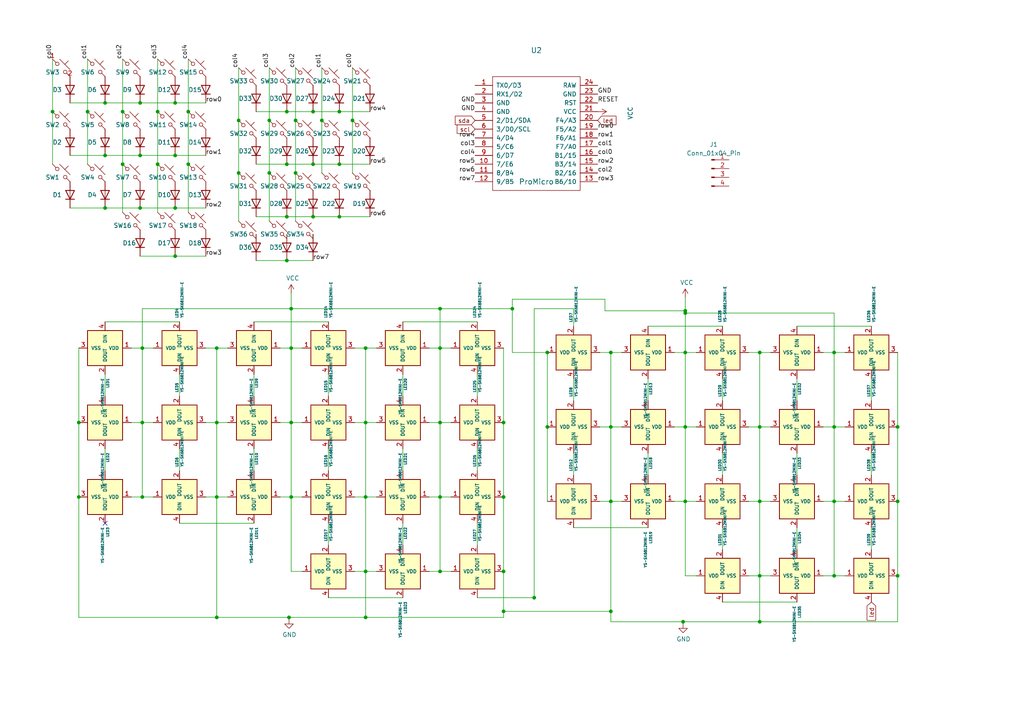
<source format=kicad_sch>
(kicad_sch (version 20230121) (generator eeschema)
  (paper "A4")
  (lib_symbols
    (symbol "Connector:Conn_01x04_Pin" (pin_names (offset 1.016) hide)
      (property "Reference" "J" (at 0 5.08 0))
      (property "Value" "Conn_01x04_Pin" (at 0 -7.62 0))
      (symbol "Conn_01x04_Pin_1_1"
        (pin passive line (at 5.08 2.54 180) (length 3.81) (name "Pin_1") (number "1"))
        (pin passive line (at 5.08 0 180) (length 3.81) (name "Pin_2") (number "2"))
        (pin passive line (at 5.08 -2.54 180) (length 3.81) (name "Pin_3") (number "3"))
        (pin passive line (at 5.08 -5.08 180) (length 3.81) (name "Pin_4") (number "4"))
      )
    )
    (symbol "Diode:1N4148W" (pin_numbers hide) (pin_names hide)
      (property "Reference" "D" (at 0 2.54 0))
      (property "Value" "1N4148W" (at 0 -2.54 0))
      (symbol "1N4148W_1_1"
        (pin passive line (at -3.81 0 0) (length 2.54) (name "K") (number "1"))
        (pin passive line (at 3.81 0 180) (length 2.54) (name "A") (number "2"))
      )
    )
    (symbol "SW_Push_45deg_1" (pin_names (offset 1.016) hide)
      (property "Reference" "SW" (at 3.048 1.016 0))
      (property "Value" "SW_Push_45deg" (at 0 -3.81 0))
      (symbol "SW_Push_45deg_1_0_1"
        (pin passive line (at -2.54 2.54 0) (length 0) (name "1") (number "1"))
        (pin passive line (at 2.54 -2.54 180) (length 0) (name "2") (number "2"))
      )
    )
    (symbol "Switch:SW_Push_45deg" (pin_numbers hide) (pin_names (offset 1.016) hide)
      (property "Reference" "SW" (at 3.048 1.016 0))
      (property "Value" "SW_Push_45deg" (at 0 -3.81 0))
      (symbol "SW_Push_45deg_0_1"
        (pin passive line (at -2.54 2.54 0) (length 0) (name "1") (number "1"))
        (pin passive line (at 2.54 -2.54 180) (length 0) (name "2") (number "2"))
      )
    )
    (symbol "kbd:ProMicro" (pin_names (offset 1.016))
      (property "Reference" "U" (at 0 19.05 0))
      (property "Value" "ProMicro" (at 0 -19.05 0))
      (symbol "ProMicro_1_1"
        (pin bidirectional line (at -17.78 13.97 0) (length 5.08) (name "TX0/D3") (number "1"))
        (pin bidirectional line (at -17.78 -8.89 0) (length 5.08) (name "7/E6") (number "10"))
        (pin bidirectional line (at -17.78 -11.43 0) (length 5.08) (name "8/B4") (number "11"))
        (pin bidirectional line (at -17.78 -13.97 0) (length 5.08) (name "9/B5") (number "12"))
        (pin bidirectional line (at 17.78 -13.97 180) (length 5.08) (name "B6/10") (number "13"))
        (pin bidirectional line (at 17.78 -11.43 180) (length 5.08) (name "B2/16") (number "14"))
        (pin bidirectional line (at 17.78 -8.89 180) (length 5.08) (name "B3/14") (number "15"))
        (pin bidirectional line (at 17.78 -6.35 180) (length 5.08) (name "B1/15") (number "16"))
        (pin bidirectional line (at 17.78 -3.81 180) (length 5.08) (name "F7/A0") (number "17"))
        (pin bidirectional line (at 17.78 -1.27 180) (length 5.08) (name "F6/A1") (number "18"))
        (pin bidirectional line (at 17.78 1.27 180) (length 5.08) (name "F5/A2") (number "19"))
        (pin bidirectional line (at -17.78 11.43 0) (length 5.08) (name "RX1/D2") (number "2"))
        (pin bidirectional line (at 17.78 3.81 180) (length 5.08) (name "F4/A3") (number "20"))
        (pin power_in line (at 17.78 6.35 180) (length 5.08) (name "VCC") (number "21"))
        (pin input line (at 17.78 8.89 180) (length 5.08) (name "RST") (number "22"))
        (pin power_in line (at 17.78 11.43 180) (length 5.08) (name "GND") (number "23"))
        (pin power_out line (at 17.78 13.97 180) (length 5.08) (name "RAW") (number "24"))
        (pin power_in line (at -17.78 8.89 0) (length 5.08) (name "GND") (number "3"))
        (pin power_in line (at -17.78 6.35 0) (length 5.08) (name "GND") (number "4"))
        (pin bidirectional line (at -17.78 3.81 0) (length 5.08) (name "2/D1/SDA") (number "5"))
        (pin bidirectional line (at -17.78 1.27 0) (length 5.08) (name "3/D0/SCL") (number "6"))
        (pin bidirectional line (at -17.78 -1.27 0) (length 5.08) (name "4/D4") (number "7"))
        (pin bidirectional line (at -17.78 -3.81 0) (length 5.08) (name "5/C6") (number "8"))
        (pin bidirectional line (at -17.78 -6.35 0) (length 5.08) (name "6/D7") (number "9"))
      )
    )
    (symbol "kbd:YS-SK6812MINI-E" (pin_names (offset 1.016))
      (property "Reference" "LED" (at 2.54 -7.62 0))
      (property "Value" "YS-SK6812MINI-E" (at 6.35 -6.35 0))
      (symbol "YS-SK6812MINI-E_1_1"
        (pin power_in line (at 0 7.62 270) (length 2.54) (name "VDD") (number "1"))
        (pin output line (at 7.62 0 180) (length 2.54) (name "DOUT") (number "2"))
        (pin power_in line (at 0 -7.62 90) (length 2.54) (name "VSS") (number "3"))
        (pin input line (at -7.62 0 0) (length 2.54) (name "DIN") (number "4"))
      )
    )
    (symbol "power:GND" (power) (pin_names (offset 0))
      (property "Value" "GND" (at 0 -3.81 0))
      (symbol "GND_1_1"
        (pin power_in line (at 0 0 270) (length 0) hide (name "GND") (number "1"))
      )
    )
    (symbol "power:VCC" (power) (pin_names (offset 0))
      (property "Value" "VCC" (at 0 3.81 0))
      (symbol "VCC_1_1"
        (pin power_in line (at 0 0 90) (length 0) hide (name "VCC") (number "1"))
      )
    )
  )
  (junction (at 127.635 100.965))
  (junction (at 220.345 167.005))
  (junction (at 198.12 180.34))
  (junction (at 83.185 47.625))
  (junction (at 62.865 179.07))
  (junction (at 15.24 32.385))
  (junction (at 85.725 34.925))
  (junction (at 106.045 122.555))
  (junction (at 106.045 100.965))
  (junction (at 41.275 122.555))
  (junction (at 84.455 144.145))
  (junction (at 146.05 144.145))
  (junction (at 127.635 89.535))
  (junction (at 69.215 50.165))
  (junction (at 50.8 45.085))
  (junction (at 54.61 32.385))
  (junction (at 146.05 122.555))
  (junction (at 90.805 32.385))
  (junction (at 84.455 89.535))
  (junction (at 35.56 47.625))
  (junction (at 30.48 45.085))
  (junction (at 93.345 34.925))
  (junction (at 106.045 179.07))
  (junction (at 241.935 123.825))
  (junction (at 50.8 29.845))
  (junction (at 198.755 90.805))
  (junction (at 83.82 179.07))
  (junction (at 241.935 167.005))
  (junction (at 83.185 75.565))
  (junction (at 241.935 102.235))
  (junction (at 45.72 47.625))
  (junction (at 260.35 145.415))
  (junction (at 146.05 177.3174))
  (junction (at 177.165 145.415))
  (junction (at 22.86 144.145))
  (junction (at 198.755 123.825))
  (junction (at 40.64 29.845))
  (junction (at 69.215 34.925))
  (junction (at 78.105 34.925))
  (junction (at 84.455 122.555))
  (junction (at 148.59 89.535))
  (junction (at 260.35 167.005))
  (junction (at 83.185 62.865))
  (junction (at 198.755 90.1446))
  (junction (at 30.48 29.845))
  (junction (at 25.4 32.385))
  (junction (at 158.75 123.825))
  (junction (at 90.805 62.865))
  (junction (at 177.165 123.825))
  (junction (at 54.61 47.625))
  (junction (at 177.165 102.235))
  (junction (at 62.865 122.555))
  (junction (at 106.045 165.735))
  (junction (at 50.8 60.325))
  (junction (at 41.275 100.965))
  (junction (at 106.045 144.145))
  (junction (at 220.345 180.34))
  (junction (at 98.425 47.625))
  (junction (at 45.72 32.385))
  (junction (at 83.185 32.385))
  (junction (at 98.425 32.385))
  (junction (at 98.425 62.865))
  (junction (at 127.635 122.555))
  (junction (at 41.275 144.145))
  (junction (at 35.56 32.385))
  (junction (at 22.86 122.555))
  (junction (at 62.865 100.965))
  (junction (at 198.755 145.415))
  (junction (at 40.64 45.085))
  (junction (at 260.35 123.825))
  (junction (at 62.865 144.145))
  (junction (at 241.935 145.415))
  (junction (at 127.635 165.735))
  (junction (at 78.105 50.165))
  (junction (at 146.05 165.735))
  (junction (at 102.235 34.925))
  (junction (at 177.165 177.3174))
  (junction (at 50.8 74.295))
  (junction (at 90.805 47.625))
  (junction (at 158.75 102.235))
  (junction (at 220.345 102.235))
  (junction (at 40.64 60.325))
  (junction (at 154.94 173.355))
  (junction (at 198.755 102.235))
  (junction (at 84.455 100.965))
  (junction (at 30.48 60.325))
  (junction (at 127.635 144.145))
  (junction (at 220.345 123.825))
  (junction (at 85.725 50.165))
  (junction (at 220.345 145.415))
  (no_connect (at 30.48 151.765))
  (wire (pts (xy 241.935 102.235) (xy 241.935 123.825)))
  (wire (pts (xy 223.52 167.005) (xy 220.345 167.005)))
  (wire (pts (xy 177.165 123.825) (xy 180.34 123.825)))
  (wire (pts (xy 187.96 153.035) (xy 166.37 153.035)))
  (wire (pts (xy 187.96 116.205) (xy 187.96 109.855)))
  (wire (pts (xy 231.14 153.035) (xy 231.14 159.385)))
  (wire (pts (xy 78.105 19.685) (xy 78.105 34.925)))
  (wire (pts (xy 83.185 75.565) (xy 90.805 75.565)))
  (wire (pts (xy 198.755 167.005) (xy 201.93 167.005)))
  (wire (pts (xy 15.24 17.145) (xy 15.24 32.385)))
  (wire (pts (xy 25.4 32.385) (xy 25.4 47.625)))
  (wire (pts (xy 45.72 32.385) (xy 45.72 47.625)))
  (wire (pts (xy 84.455 89.535) (xy 41.275 89.535)))
  (wire (pts (xy 15.24 32.385) (xy 15.24 47.625)))
  (wire (pts (xy 41.275 122.555) (xy 44.45 122.555)))
  (wire (pts (xy 209.55 94.615) (xy 187.96 94.615)))
  (wire (pts (xy 69.215 50.165) (xy 69.215 64.135)))
  (wire (pts (xy 173.99 102.235) (xy 177.165 102.235)))
  (wire (pts (xy 106.045 100.965) (xy 106.045 122.555)))
  (wire (pts (xy 84.455 165.735) (xy 87.63 165.735)))
  (wire (pts (xy 98.425 47.625) (xy 107.315 47.625)))
  (wire (pts (xy 73.66 151.765) (xy 52.07 151.765)))
  (wire (pts (xy 38.1 122.555) (xy 41.275 122.555)))
  (wire (pts (xy 40.64 60.325) (xy 50.8 60.325)))
  (wire (pts (xy 85.725 50.165) (xy 85.725 64.135)))
  (wire (pts (xy 20.32 60.325) (xy 30.48 60.325)))
  (wire (pts (xy 127.635 144.145) (xy 127.635 122.555)))
  (wire (pts (xy 187.96 131.445) (xy 187.96 137.795)))
  (wire (pts (xy 198.755 90.1446) (xy 175.4632 90.1446)))
  (wire (pts (xy 158.75 123.825) (xy 158.75 145.415)))
  (wire (pts (xy 81.28 100.965) (xy 84.455 100.965)))
  (wire (pts (xy 85.725 19.685) (xy 85.725 34.925)))
  (wire (pts (xy 241.935 102.235) (xy 238.76 102.235)))
  (wire (pts (xy 106.045 144.145) (xy 109.22 144.145)))
  (wire (pts (xy 175.4632 90.1446) (xy 175.4632 86.7918)))
  (wire (pts (xy 35.56 47.625) (xy 35.56 61.595)))
  (wire (pts (xy 83.185 47.625) (xy 90.805 47.625)))
  (wire (pts (xy 127.635 89.535) (xy 148.59 89.535)))
  (wire (pts (xy 109.22 100.965) (xy 106.045 100.965)))
  (wire (pts (xy 83.185 62.865) (xy 90.805 62.865)))
  (wire (pts (xy 54.61 47.625) (xy 54.61 61.595)))
  (wire (pts (xy 177.165 123.825) (xy 177.165 145.415)))
  (wire (pts (xy 74.295 69.215) (xy 74.295 67.945)))
  (wire (pts (xy 217.17 102.235) (xy 220.345 102.235)))
  (wire (pts (xy 116.84 130.175) (xy 116.84 136.525)))
  (wire (pts (xy 102.87 144.145) (xy 106.045 144.145)))
  (wire (pts (xy 220.345 145.415) (xy 223.52 145.415)))
  (wire (pts (xy 116.84 173.355) (xy 95.25 173.355)))
  (wire (pts (xy 241.935 145.415) (xy 241.935 123.825)))
  (wire (pts (xy 62.865 179.07) (xy 83.82 179.07)))
  (wire (pts (xy 62.865 144.145) (xy 62.865 179.07)))
  (wire (pts (xy 198.12 180.34) (xy 198.12 180.975)))
  (wire (pts (xy 102.87 122.555) (xy 106.045 122.555)))
  (wire (pts (xy 22.86 100.965) (xy 22.86 122.555)))
  (wire (pts (xy 245.11 102.235) (xy 241.935 102.235)))
  (wire (pts (xy 252.73 131.445) (xy 252.73 137.795)))
  (wire (pts (xy 198.755 145.415) (xy 201.93 145.415)))
  (wire (pts (xy 209.55 137.795) (xy 209.55 131.445)))
  (wire (pts (xy 154.94 173.355) (xy 154.94 173.8884)))
  (wire (pts (xy 198.755 123.825) (xy 201.93 123.825)))
  (wire (pts (xy 22.86 122.555) (xy 22.86 144.145)))
  (wire (pts (xy 83.82 179.07) (xy 83.82 179.705)))
  (wire (pts (xy 241.935 123.825) (xy 245.11 123.825)))
  (wire (pts (xy 116.84 108.585) (xy 116.84 114.935)))
  (wire (pts (xy 231.14 131.445) (xy 231.14 137.795)))
  (wire (pts (xy 102.87 100.965) (xy 106.045 100.965)))
  (wire (pts (xy 98.425 32.385) (xy 107.315 32.385)))
  (wire (pts (xy 177.165 102.235) (xy 177.165 123.825)))
  (wire (pts (xy 102.235 19.685) (xy 102.235 34.925)))
  (wire (pts (xy 74.295 47.625) (xy 83.185 47.625)))
  (wire (pts (xy 40.64 74.295) (xy 50.8 74.295)))
  (wire (pts (xy 180.34 102.235) (xy 177.165 102.235)))
  (wire (pts (xy 177.165 180.34) (xy 198.12 180.34)))
  (wire (pts (xy 220.345 123.825) (xy 220.345 145.415)))
  (wire (pts (xy 198.755 145.415) (xy 198.755 123.825)))
  (wire (pts (xy 198.755 90.1446) (xy 198.755 90.805)))
  (wire (pts (xy 241.935 90.805) (xy 241.935 102.235)))
  (wire (pts (xy 62.865 100.965) (xy 62.865 122.555)))
  (wire (pts (xy 220.345 123.825) (xy 223.52 123.825)))
  (wire (pts (xy 98.425 62.865) (xy 107.315 62.865)))
  (wire (pts (xy 52.07 93.345) (xy 30.48 93.345)))
  (wire (pts (xy 238.76 145.415) (xy 241.935 145.415)))
  (wire (pts (xy 198.755 86.36) (xy 198.755 90.1446)))
  (wire (pts (xy 130.81 100.965) (xy 127.635 100.965)))
  (wire (pts (xy 41.275 100.965) (xy 41.275 89.535)))
  (wire (pts (xy 59.69 144.145) (xy 62.865 144.145)))
  (wire (pts (xy 173.99 123.825) (xy 177.165 123.825)))
  (wire (pts (xy 95.25 158.115) (xy 95.25 151.765)))
  (wire (pts (xy 127.635 165.735) (xy 124.46 165.735)))
  (wire (pts (xy 30.48 29.845) (xy 40.64 29.845)))
  (wire (pts (xy 124.46 122.555) (xy 127.635 122.555)))
  (wire (pts (xy 50.8 45.085) (xy 59.69 45.085)))
  (wire (pts (xy 62.865 144.145) (xy 66.04 144.145)))
  (wire (pts (xy 124.46 144.145) (xy 127.635 144.145)))
  (wire (pts (xy 52.07 136.525) (xy 52.07 130.175)))
  (wire (pts (xy 73.66 130.175) (xy 73.66 136.525)))
  (wire (pts (xy 45.72 47.625) (xy 45.72 61.595)))
  (wire (pts (xy 20.32 29.845) (xy 30.48 29.845)))
  (wire (pts (xy 166.37 89.535) (xy 166.37 94.615)))
  (wire (pts (xy 166.37 116.205) (xy 166.37 109.855)))
  (wire (pts (xy 93.345 34.925) (xy 93.345 50.165)))
  (wire (pts (xy 90.805 47.625) (xy 98.425 47.625)))
  (wire (pts (xy 177.165 145.415) (xy 177.165 177.3174)))
  (wire (pts (xy 83.185 69.215) (xy 83.185 67.945)))
  (wire (pts (xy 81.28 144.145) (xy 84.455 144.145)))
  (wire (pts (xy 45.72 17.145) (xy 45.72 32.385)))
  (wire (pts (xy 177.165 177.3174) (xy 177.165 180.34)))
  (wire (pts (xy 154.94 89.535) (xy 154.94 173.355)))
  (wire (pts (xy 260.35 102.235) (xy 260.35 123.825)))
  (wire (pts (xy 198.755 145.415) (xy 198.755 167.005)))
  (wire (pts (xy 84.455 85.09) (xy 84.455 89.535)))
  (wire (pts (xy 62.865 122.555) (xy 66.04 122.555)))
  (wire (pts (xy 177.165 145.415) (xy 180.34 145.415)))
  (wire (pts (xy 146.05 177.3174) (xy 146.05 179.07)))
  (wire (pts (xy 62.865 122.555) (xy 62.865 144.145)))
  (wire (pts (xy 38.1 144.145) (xy 41.275 144.145)))
  (wire (pts (xy 78.105 50.165) (xy 78.105 64.135)))
  (wire (pts (xy 30.48 60.325) (xy 40.64 60.325)))
  (wire (pts (xy 52.07 114.935) (xy 52.07 108.585)))
  (wire (pts (xy 241.935 145.415) (xy 245.11 145.415)))
  (wire (pts (xy 95.25 93.345) (xy 73.66 93.345)))
  (wire (pts (xy 74.295 62.865) (xy 83.185 62.865)))
  (wire (pts (xy 209.55 116.205) (xy 209.55 109.855)))
  (wire (pts (xy 30.48 45.085) (xy 40.64 45.085)))
  (wire (pts (xy 138.43 173.355) (xy 154.94 173.355)))
  (wire (pts (xy 38.1 100.965) (xy 41.275 100.965)))
  (wire (pts (xy 146.05 177.3174) (xy 177.165 177.3174)))
  (wire (pts (xy 106.045 165.735) (xy 102.87 165.735)))
  (wire (pts (xy 106.045 144.145) (xy 106.045 165.735)))
  (wire (pts (xy 217.17 123.825) (xy 220.345 123.825)))
  (wire (pts (xy 127.635 100.965) (xy 127.635 122.555)))
  (wire (pts (xy 198.755 102.235) (xy 198.755 90.805)))
  (wire (pts (xy 106.045 122.555) (xy 109.22 122.555)))
  (wire (pts (xy 44.45 144.145) (xy 41.275 144.145)))
  (wire (pts (xy 138.43 93.345) (xy 116.84 93.345)))
  (wire (pts (xy 30.48 108.585) (xy 30.48 114.935)))
  (wire (pts (xy 84.455 100.965) (xy 87.63 100.965)))
  (wire (pts (xy 84.455 144.145) (xy 87.63 144.145)))
  (wire (pts (xy 127.635 144.145) (xy 130.81 144.145)))
  (wire (pts (xy 166.37 137.795) (xy 166.37 131.445)))
  (wire (pts (xy 78.105 34.925) (xy 78.105 50.165)))
  (wire (pts (xy 84.455 144.145) (xy 84.455 165.735)))
  (wire (pts (xy 154.94 89.535) (xy 166.37 89.535)))
  (wire (pts (xy 41.275 100.965) (xy 44.45 100.965)))
  (wire (pts (xy 106.045 165.735) (xy 106.045 179.07)))
  (wire (pts (xy 83.185 32.385) (xy 90.805 32.385)))
  (wire (pts (xy 238.76 123.825) (xy 241.935 123.825)))
  (wire (pts (xy 109.22 165.735) (xy 106.045 165.735)))
  (wire (pts (xy 138.43 130.175) (xy 138.43 136.525)))
  (wire (pts (xy 195.58 145.415) (xy 198.755 145.415)))
  (wire (pts (xy 74.295 32.385) (xy 83.185 32.385)))
  (wire (pts (xy 50.8 29.845) (xy 59.69 29.845)))
  (wire (pts (xy 95.25 136.525) (xy 95.25 130.175)))
  (wire (pts (xy 252.73 94.615) (xy 231.14 94.615)))
  (wire (pts (xy 146.05 179.07) (xy 106.045 179.07)))
  (wire (pts (xy 83.82 179.07) (xy 106.045 179.07)))
  (wire (pts (xy 54.61 17.145) (xy 54.61 32.385)))
  (wire (pts (xy 40.64 29.845) (xy 50.8 29.845)))
  (wire (pts (xy 241.935 90.805) (xy 198.755 90.805)))
  (wire (pts (xy 93.345 19.685) (xy 93.345 34.925)))
  (wire (pts (xy 41.275 122.555) (xy 41.275 100.965)))
  (wire (pts (xy 85.725 34.925) (xy 85.725 50.165)))
  (wire (pts (xy 41.275 144.145) (xy 41.275 122.555)))
  (wire (pts (xy 50.8 60.325) (xy 59.69 60.325)))
  (wire (pts (xy 62.865 179.07) (xy 22.86 179.07)))
  (wire (pts (xy 90.805 32.385) (xy 98.425 32.385)))
  (wire (pts (xy 84.455 89.535) (xy 127.635 89.535)))
  (wire (pts (xy 198.755 123.825) (xy 198.755 102.235)))
  (wire (pts (xy 59.69 100.965) (xy 62.865 100.965)))
  (wire (pts (xy 220.345 145.415) (xy 220.345 167.005)))
  (wire (pts (xy 260.35 145.415) (xy 260.35 167.005)))
  (wire (pts (xy 220.345 102.235) (xy 220.345 123.825)))
  (wire (pts (xy 241.935 167.005) (xy 238.76 167.005)))
  (wire (pts (xy 25.4 17.145) (xy 25.4 32.385)))
  (wire (pts (xy 209.55 159.385) (xy 209.55 153.035)))
  (wire (pts (xy 158.75 102.235) (xy 148.59 102.235)))
  (wire (pts (xy 127.635 100.965) (xy 124.46 100.965)))
  (wire (pts (xy 127.635 165.735) (xy 127.635 144.145)))
  (wire (pts (xy 220.345 167.005) (xy 217.17 167.005)))
  (wire (pts (xy 231.14 109.855) (xy 231.14 116.205)))
  (wire (pts (xy 35.56 17.145) (xy 35.56 32.385)))
  (wire (pts (xy 54.61 32.385) (xy 54.61 47.625)))
  (wire (pts (xy 231.14 174.625) (xy 209.55 174.625)))
  (wire (pts (xy 252.73 153.035) (xy 252.73 159.385)))
  (wire (pts (xy 245.11 167.005) (xy 241.935 167.005)))
  (wire (pts (xy 74.295 75.565) (xy 83.185 75.565)))
  (wire (pts (xy 138.43 151.765) (xy 138.43 158.115)))
  (wire (pts (xy 148.59 89.535) (xy 148.59 102.235)))
  (wire (pts (xy 95.25 114.935) (xy 95.25 108.585)))
  (wire (pts (xy 69.215 19.685) (xy 69.215 34.925)))
  (wire (pts (xy 195.58 102.235) (xy 198.755 102.235)))
  (wire (pts (xy 66.04 100.965) (xy 62.865 100.965)))
  (wire (pts (xy 146.05 100.965) (xy 146.05 122.555)))
  (wire (pts (xy 241.935 167.005) (xy 241.935 145.415)))
  (wire (pts (xy 175.4632 86.7918) (xy 148.59 86.7918)))
  (wire (pts (xy 195.58 123.825) (xy 198.755 123.825)))
  (wire (pts (xy 260.35 123.825) (xy 260.35 145.415)))
  (wire (pts (xy 20.32 45.085) (xy 30.48 45.085)))
  (wire (pts (xy 30.48 130.175) (xy 30.48 136.525)))
  (wire (pts (xy 40.64 45.085) (xy 50.8 45.085)))
  (wire (pts (xy 59.69 122.555) (xy 62.865 122.555)))
  (wire (pts (xy 84.455 144.145) (xy 84.455 122.555)))
  (wire (pts (xy 198.12 180.34) (xy 220.345 180.34)))
  (wire (pts (xy 138.43 108.585) (xy 138.43 114.935)))
  (wire (pts (xy 130.81 165.735) (xy 127.635 165.735)))
  (wire (pts (xy 252.73 109.855) (xy 252.73 116.205)))
  (wire (pts (xy 158.75 102.235) (xy 158.75 123.825)))
  (wire (pts (xy 146.05 144.145) (xy 146.05 165.735)))
  (wire (pts (xy 90.805 69.215) (xy 90.805 67.945)))
  (wire (pts (xy 81.28 122.555) (xy 84.455 122.555)))
  (wire (pts (xy 260.35 180.34) (xy 220.345 180.34)))
  (wire (pts (xy 106.045 122.555) (xy 106.045 144.145)))
  (wire (pts (xy 148.59 86.7918) (xy 148.59 89.535)))
  (wire (pts (xy 217.17 145.415) (xy 220.345 145.415)))
  (wire (pts (xy 84.455 122.555) (xy 84.455 100.965)))
  (wire (pts (xy 116.84 151.765) (xy 116.84 158.115)))
  (wire (pts (xy 127.635 122.555) (xy 130.81 122.555)))
  (wire (pts (xy 127.635 89.535) (xy 127.635 100.965)))
  (wire (pts (xy 50.8 74.295) (xy 59.69 74.295)))
  (wire (pts (xy 22.86 144.145) (xy 22.86 179.07)))
  (wire (pts (xy 198.755 102.235) (xy 201.93 102.235)))
  (wire (pts (xy 260.35 167.005) (xy 260.35 180.34)))
  (wire (pts (xy 173.99 145.415) (xy 177.165 145.415)))
  (wire (pts (xy 146.05 165.735) (xy 146.05 177.3174)))
  (wire (pts (xy 35.56 32.385) (xy 35.56 47.625)))
  (wire (pts (xy 220.345 167.005) (xy 220.345 180.34)))
  (wire (pts (xy 73.66 114.935) (xy 73.66 108.585)))
  (wire (pts (xy 90.805 62.865) (xy 98.425 62.865)))
  (wire (pts (xy 69.215 34.925) (xy 69.215 50.165)))
  (wire (pts (xy 223.52 102.235) (xy 220.345 102.235)))
  (wire (pts (xy 146.05 122.555) (xy 146.05 144.145)))
  (wire (pts (xy 84.455 122.555) (xy 87.63 122.555)))
  (wire (pts (xy 102.235 34.925) (xy 102.235 50.165)))
  (wire (pts (xy 84.455 100.965) (xy 84.455 89.535)))
  (label "row7" (at 90.805 75.565 0))
  (label "col1" (at 25.4 17.145 90))
  (label "col3" (at 45.72 17.145 90))
  (label "row1" (at 59.69 45.085 0))
  (label "row5" (at 137.795 47.625 180))
  (label "row1" (at 173.355 40.005 0))
  (label "col1" (at 173.355 42.545 0))
  (label "row0" (at 173.355 37.465 0))
  (label "row4" (at 107.315 32.385 0))
  (label "RESET" (at 173.355 29.845 0))
  (label "GND" (at 137.795 29.845 180))
  (label "row6" (at 137.795 50.165 180))
  (label "col4" (at 54.61 17.145 90))
  (label "col3" (at 78.105 19.685 90))
  (label "GND" (at 173.355 27.305 0))
  (label "col2" (at 173.355 50.165 0))
  (label "row3" (at 173.355 52.705 0))
  (label "col0" (at 102.235 19.685 90))
  (label "row7" (at 137.795 52.705 180))
  (label "col1" (at 93.345 19.685 90))
  (label "col4" (at 69.215 19.685 90))
  (label "col0" (at 15.24 17.145 90))
  (label "row3" (at 59.69 74.295 0))
  (label "GND" (at 137.795 32.385 180))
  (label "row2" (at 173.355 47.625 0))
  (label "row6" (at 107.315 62.865 0))
  (label "row0" (at 59.69 29.845 0))
  (label "row4" (at 137.795 40.005 180))
  (label "col3" (at 137.795 42.545 180))
  (label "row5" (at 107.315 47.625 0))
  (label "col4" (at 137.795 45.085 180))
  (label "row2" (at 59.69 60.325 0))
  (label "col2" (at 35.56 17.145 90))
  (label "col0" (at 173.355 45.085 0))
  (label "col2" (at 85.725 19.685 90))
  (global_label "scl" (shape input) (at 137.795 37.465 180) (property "Intersheetrefs" "${INTERSHEET_REFS}" (effects hide)))
  (global_label "led" (shape input) (at 173.355 34.925 0) (property "Intersheetrefs" "${INTERSHEET_REFS}" (effects hide)))
  (global_label "sda" (shape input) (at 137.795 34.925 180) (property "Intersheetrefs" "${INTERSHEET_REFS}" (effects hide)))
  (global_label "led" (shape input) (at 252.73 174.625 270) (property "Intersheetrefs" "${INTERSHEET_REFS}" (effects hide)))
  (symbol (lib_id "power:VCC") (at 198.755 86.36 0) (unit 1)
    (property "Reference" "#PWR04" (effects hide))
    (property "Value" "VCC" (at 199.1868 81.9658 0))
  )
  (symbol (lib_id "Diode:1N4148W") (at 59.69 56.515 90) (unit 1)
    (property "Reference" "D13" (at 54.61 56.515 90) (effects (justify right)))
    (property "Value" "1N4148W" (effects hide))
    (property "Footprint" "0-badwings:D_SOD-123" (effects hide))
    (property "Datasheet" "https://www.vishay.com/docs/85748/1n4148w.pdf" (effects hide))
    (property "Sim.Device" "D" (effects hide))
    (property "Sim.Pins" "1=K 2=A" (effects hide))
  )
  (symbol (lib_id "Diode:1N4148W") (at 83.185 28.575 90) (unit 1)
    (property "Reference" "D30" (at 78.105 28.575 90) (effects (justify right)))
    (property "Value" "1N4148W" (effects hide))
    (property "Footprint" "0-badwings:D_SOD-123" (effects hide))
    (property "Datasheet" "https://www.vishay.com/docs/85748/1n4148w.pdf" (effects hide))
    (property "Sim.Device" "D" (effects hide))
    (property "Sim.Pins" "1=K 2=A" (effects hide))
  )
  (symbol (lib_id "Diode:1N4148W") (at 90.805 71.755 90) (unit 1)
    (property "Reference" "D34" (at 85.725 71.755 90) (effects (justify right)))
    (property "Value" "1N4148W" (effects hide))
    (property "Footprint" "0-badwings:D_SOD-123" (effects hide))
    (property "Datasheet" "https://www.vishay.com/docs/85748/1n4148w.pdf" (effects hide))
    (property "Sim.Device" "D" (effects hide))
    (property "Sim.Pins" "1=K 2=A" (effects hide))
  )
  (symbol (lib_id "kbd:YS-SK6812MINI-E") (at 138.43 144.145 90) (unit 1)
    (property "Reference" "LED26" (at 137.668 135.4074 0) (effects (font (size 0.7366 0.7366)) (justify left)))
    (property "Value" "YS-SK6812MINI-E" (at 139.1666 135.4074 0) (effects (font (size 0.7366 0.7366)) (justify left)))
    (property "Footprint" "Kailh_Choc:YS-SK6812MINI-E" (effects hide))
  )
  (symbol (lib_id "Diode:1N4148W") (at 20.32 26.035 90) (unit 1)
    (property "Reference" "D3" (at 15.24 26.035 90) (effects (justify right)))
    (property "Value" "1N4148W" (effects hide))
    (property "Footprint" "0-badwings:D_SOD-123" (effects hide))
    (property "Datasheet" "https://www.vishay.com/docs/85748/1n4148w.pdf" (effects hide))
    (property "Sim.Device" "D" (effects hide))
    (property "Sim.Pins" "1=K 2=A" (effects hide))
  )
  (symbol (lib_id "kbd:ProMicro") (at 155.575 38.735 0) (unit 1)
    (property "Reference" "U2" (at 155.575 14.605 0) (effects (font (size 1.524 1.524))))
    (property "Value" "ProMicro" (at 155.575 52.705 0) (effects (font (size 1.524 1.524))))
    (property "Footprint" "Audio_Module:Elite-C-castellated-29pin-holes" (effects hide))
  )
  (symbol (lib_id "kbd:YS-SK6812MINI-E") (at 187.96 123.825 270) (unit 1)
    (property "Reference" "LED18" (at 188.722 132.5626 0) (effects (font (size 0.7366 0.7366)) (justify left)))
    (property "Value" "YS-SK6812MINI-E" (at 187.2234 132.5626 0) (effects (font (size 0.7366 0.7366)) (justify left)))
    (property "Footprint" "Kailh_Choc:YS-SK6812MINI-E" (effects hide))
  )
  (symbol (lib_id "Switch:SW_Push_45deg") (at 80.645 22.225 0) (unit 1)
    (property "Reference" "SW30" (at 78.105 23.495 0))
    (property "Value" "SW_Push_45deg" (effects hide))
    (property "Footprint" "Kailh_Choc:ChocV1_V2_Hotswap new" (effects hide))
  )
  (symbol (lib_id "Connector:Conn_01x04_Pin") (at 206.375 48.895 0) (unit 1)
    (property "Reference" "J1" (at 207.01 41.91 0))
    (property "Value" "Conn_01x04_Pin" (at 207.01 44.45 0))
  )
  (symbol (lib_id "Switch:SW_Push_45deg") (at 57.15 34.925 0) (unit 1)
    (property "Reference" "SW14" (at 54.61 36.195 0))
    (property "Value" "SW_Push_45deg" (effects hide))
    (property "Footprint" "Kailh_Choc:ChocV1_V2_Hotswap new" (effects hide))
  )
  (symbol (lib_id "Switch:SW_Push_45deg") (at 80.645 52.705 0) (unit 1)
    (property "Reference" "SW28" (at 78.105 53.975 0))
    (property "Value" "SW_Push_45deg" (effects hide))
    (property "Footprint" "Kailh_Choc:ChocV1_V2_Hotswap new" (effects hide))
  )
  (symbol (lib_id "Switch:SW_Push_45deg") (at 80.645 37.465 0) (unit 1)
    (property "Reference" "SW29" (at 78.105 38.735 0))
    (property "Value" "SW_Push_45deg" (effects hide))
    (property "Footprint" "Kailh_Choc:ChocV1_V2_Hotswap new" (effects hide))
  )
  (symbol (lib_id "Diode:1N4148W") (at 30.48 56.515 90) (unit 1)
    (property "Reference" "D4" (at 25.4 56.515 90) (effects (justify right)))
    (property "Value" "1N4148W" (effects hide))
    (property "Footprint" "0-badwings:D_SOD-123" (effects hide))
    (property "Datasheet" "https://www.vishay.com/docs/85748/1n4148w.pdf" (effects hide))
    (property "Sim.Device" "D" (effects hide))
    (property "Sim.Pins" "1=K 2=A" (effects hide))
  )
  (symbol (lib_id "Diode:1N4148W") (at 59.69 26.035 90) (unit 1)
    (property "Reference" "D15" (at 54.61 26.035 90) (effects (justify right)))
    (property "Value" "1N4148W" (effects hide))
    (property "Footprint" "0-badwings:D_SOD-123" (effects hide))
    (property "Datasheet" "https://www.vishay.com/docs/85748/1n4148w.pdf" (effects hide))
    (property "Sim.Device" "D" (effects hide))
    (property "Sim.Pins" "1=K 2=A" (effects hide))
  )
  (symbol (lib_id "Switch:SW_Push_45deg") (at 104.775 37.465 0) (unit 1)
    (property "Reference" "SW20" (at 102.235 38.735 0))
    (property "Value" "SW_Push_45deg" (effects hide))
    (property "Footprint" "Kailh_Choc:ChocV1_V2_Hotswap new" (effects hide))
  )
  (symbol (lib_id "Diode:1N4148W") (at 83.185 71.755 90) (unit 1)
    (property "Reference" "D35" (at 78.105 71.755 90) (effects (justify right)))
    (property "Value" "1N4148W" (effects hide))
    (property "Footprint" "0-badwings:D_SOD-123" (effects hide))
    (property "Datasheet" "https://www.vishay.com/docs/85748/1n4148w.pdf" (effects hide))
    (property "Sim.Device" "D" (effects hide))
    (property "Sim.Pins" "1=K 2=A" (effects hide))
  )
  (symbol (lib_id "Diode:1N4148W") (at 30.48 26.035 90) (unit 1)
    (property "Reference" "D6" (at 25.4 26.035 90) (effects (justify right)))
    (property "Value" "1N4148W" (effects hide))
    (property "Footprint" "0-badwings:D_SOD-123" (effects hide))
    (property "Datasheet" "https://www.vishay.com/docs/85748/1n4148w.pdf" (effects hide))
    (property "Sim.Device" "D" (effects hide))
    (property "Sim.Pins" "1=K 2=A" (effects hide))
  )
  (symbol (lib_id "Diode:1N4148W") (at 83.185 43.815 90) (unit 1)
    (property "Reference" "D29" (at 78.105 43.815 90) (effects (justify right)))
    (property "Value" "1N4148W" (effects hide))
    (property "Footprint" "0-badwings:D_SOD-123" (effects hide))
    (property "Datasheet" "https://www.vishay.com/docs/85748/1n4148w.pdf" (effects hide))
    (property "Sim.Device" "D" (effects hide))
    (property "Sim.Pins" "1=K 2=A" (effects hide))
  )
  (symbol (lib_id "Diode:1N4148W") (at 50.8 56.515 90) (unit 1)
    (property "Reference" "D10" (at 45.72 56.515 90) (effects (justify right)))
    (property "Value" "1N4148W" (effects hide))
    (property "Footprint" "0-badwings:D_SOD-123" (effects hide))
    (property "Datasheet" "https://www.vishay.com/docs/85748/1n4148w.pdf" (effects hide))
    (property "Sim.Device" "D" (effects hide))
    (property "Sim.Pins" "1=K 2=A" (effects hide))
  )
  (symbol (lib_id "kbd:YS-SK6812MINI-E") (at 231.14 102.235 270) (unit 1)
    (property "Reference" "LED32" (at 231.902 110.9726 0) (effects (font (size 0.7366 0.7366)) (justify left)))
    (property "Value" "YS-SK6812MINI-E" (at 230.4034 110.9726 0) (effects (font (size 0.7366 0.7366)) (justify left)))
    (property "Footprint" "Kailh_Choc:YS-SK6812MINI-E" (effects hide))
  )
  (symbol (lib_id "kbd:YS-SK6812MINI-E") (at 138.43 122.555 90) (unit 1)
    (property "Reference" "LED25" (at 137.668 113.8174 0) (effects (font (size 0.7366 0.7366)) (justify left)))
    (property "Value" "YS-SK6812MINI-E" (at 139.1666 113.8174 0) (effects (font (size 0.7366 0.7366)) (justify left)))
    (property "Footprint" "Kailh_Choc:YS-SK6812MINI-E" (effects hide))
  )
  (symbol (lib_id "Switch:SW_Push_45deg") (at 104.775 52.705 0) (unit 1)
    (property "Reference" "SW19" (at 102.235 53.975 0))
    (property "Value" "SW_Push_45deg" (effects hide))
    (property "Footprint" "Kailh_Choc:ChocV1_V2_Hotswap new" (effects hide))
  )
  (symbol (lib_id "Diode:1N4148W") (at 98.425 43.815 90) (unit 1)
    (property "Reference" "D23" (at 93.345 43.815 90) (effects (justify right)))
    (property "Value" "1N4148W" (effects hide))
    (property "Footprint" "0-badwings:D_SOD-123" (effects hide))
    (property "Datasheet" "https://www.vishay.com/docs/85748/1n4148w.pdf" (effects hide))
    (property "Sim.Device" "D" (effects hide))
    (property "Sim.Pins" "1=K 2=A" (effects hide))
  )
  (symbol (lib_id "Diode:1N4148W") (at 74.295 28.575 90) (unit 1)
    (property "Reference" "D33" (at 69.215 28.575 90) (effects (justify right)))
    (property "Value" "1N4148W" (effects hide))
    (property "Footprint" "0-badwings:D_SOD-123" (effects hide))
    (property "Datasheet" "https://www.vishay.com/docs/85748/1n4148w.pdf" (effects hide))
    (property "Sim.Device" "D" (effects hide))
    (property "Sim.Pins" "1=K 2=A" (effects hide))
  )
  (symbol (lib_id "power:GND") (at 198.12 180.975 0) (unit 1)
    (property "Reference" "#PWR02" (effects hide))
    (property "Value" "GND" (at 198.247 185.3692 0))
  )
  (symbol (lib_id "Diode:1N4148W") (at 59.69 70.485 90) (unit 1)
    (property "Reference" "D18" (at 54.61 70.485 90) (effects (justify right)))
    (property "Value" "1N4148W" (effects hide))
    (property "Footprint" "0-badwings:D_SOD-123" (effects hide))
    (property "Datasheet" "https://www.vishay.com/docs/85748/1n4148w.pdf" (effects hide))
    (property "Sim.Device" "D" (effects hide))
    (property "Sim.Pins" "1=K 2=A" (effects hide))
  )
  (symbol (lib_id "kbd:YS-SK6812MINI-E") (at 252.73 123.825 90) (unit 1)
    (property "Reference" "LED37" (at 251.968 115.0874 0) (effects (font (size 0.7366 0.7366)) (justify left)))
    (property "Value" "YS-SK6812MINI-E" (at 253.4666 115.0874 0) (effects (font (size 0.7366 0.7366)) (justify left)))
    (property "Footprint" "Kailh_Choc:YS-SK6812MINI-E" (effects hide))
  )
  (symbol (lib_id "kbd:YS-SK6812MINI-E") (at 252.73 145.415 90) (unit 1)
    (property "Reference" "LED38" (at 251.968 136.6774 0) (effects (font (size 0.7366 0.7366)) (justify left)))
    (property "Value" "YS-SK6812MINI-E" (at 253.4666 136.6774 0) (effects (font (size 0.7366 0.7366)) (justify left)))
    (property "Footprint" "Kailh_Choc:YS-SK6812MINI-E" (effects hide))
  )
  (symbol (lib_id "kbd:YS-SK6812MINI-E") (at 30.48 100.965 270) (unit 1)
    (property "Reference" "LED1" (at 31.242 109.7026 0) (effects (font (size 0.7366 0.7366)) (justify left)))
    (property "Value" "YS-SK6812MINI-E" (at 29.7434 109.7026 0) (effects (font (size 0.7366 0.7366)) (justify left)))
    (property "Footprint" "Kailh_Choc:YS-SK6812MINI-E" (effects hide))
  )
  (symbol (lib_id "Switch:SW_Push_45deg") (at 38.1 64.135 0) (unit 1)
    (property "Reference" "SW16" (at 35.56 65.405 0))
    (property "Value" "SW_Push_45deg" (effects hide))
    (property "Footprint" "Kailh_Choc:ChocV1_V2_Hotswap new" (effects hide))
  )
  (symbol (lib_id "Diode:1N4148W") (at 107.315 59.055 90) (unit 1)
    (property "Reference" "D19" (at 102.235 59.055 90) (effects (justify right)))
    (property "Value" "1N4148W" (effects hide))
    (property "Footprint" "0-badwings:D_SOD-123" (effects hide))
    (property "Datasheet" "https://www.vishay.com/docs/85748/1n4148w.pdf" (effects hide))
    (property "Sim.Device" "D" (effects hide))
    (property "Sim.Pins" "1=K 2=A" (effects hide))
  )
  (symbol (lib_id "Switch:SW_Push_45deg") (at 71.755 22.225 0) (unit 1)
    (property "Reference" "SW33" (at 69.215 23.495 0))
    (property "Value" "SW_Push_45deg" (effects hide))
    (property "Footprint" "Kailh_Choc:ChocV1_V2_Hotswap new" (effects hide))
  )
  (symbol (lib_id "Diode:1N4148W") (at 40.64 70.485 90) (unit 1)
    (property "Reference" "D16" (at 35.56 70.485 90) (effects (justify right)))
    (property "Value" "1N4148W" (effects hide))
    (property "Footprint" "0-badwings:D_SOD-123" (effects hide))
    (property "Datasheet" "https://www.vishay.com/docs/85748/1n4148w.pdf" (effects hide))
    (property "Sim.Device" "D" (effects hide))
    (property "Sim.Pins" "1=K 2=A" (effects hide))
  )
  (symbol (lib_id "Diode:1N4148W") (at 74.295 71.755 90) (unit 1)
    (property "Reference" "D36" (at 69.215 71.755 90) (effects (justify right)))
    (property "Value" "1N4148W" (effects hide))
    (property "Footprint" "0-badwings:D_SOD-123" (effects hide))
    (property "Datasheet" "https://www.vishay.com/docs/85748/1n4148w.pdf" (effects hide))
    (property "Sim.Device" "D" (effects hide))
    (property "Sim.Pins" "1=K 2=A" (effects hide))
  )
  (symbol (lib_id "Switch:SW_Push_45deg") (at 88.265 22.225 0) (unit 1)
    (property "Reference" "SW27" (at 85.725 23.495 0))
    (property "Value" "SW_Push_45deg" (effects hide))
    (property "Footprint" "Kailh_Choc:ChocV1_V2_Hotswap new" (effects hide))
  )
  (symbol (lib_id "kbd:YS-SK6812MINI-E") (at 116.84 144.145 270) (unit 1)
    (property "Reference" "LED22" (at 117.602 152.8826 0) (effects (font (size 0.7366 0.7366)) (justify left)))
    (property "Value" "YS-SK6812MINI-E" (at 116.1034 152.8826 0) (effects (font (size 0.7366 0.7366)) (justify left)))
    (property "Footprint" "Kailh_Choc:YS-SK6812MINI-E" (effects hide))
  )
  (symbol (lib_id "Diode:1N4148W") (at 40.64 56.515 90) (unit 1)
    (property "Reference" "D7" (at 35.56 56.515 90) (effects (justify right)))
    (property "Value" "1N4148W" (effects hide))
    (property "Footprint" "0-badwings:D_SOD-123" (effects hide))
    (property "Datasheet" "https://www.vishay.com/docs/85748/1n4148w.pdf" (effects hide))
    (property "Sim.Device" "D" (effects hide))
    (property "Sim.Pins" "1=K 2=A" (effects hide))
  )
  (symbol (lib_id "kbd:YS-SK6812MINI-E") (at 138.43 100.965 90) (unit 1)
    (property "Reference" "LED24" (at 137.668 92.2274 0) (effects (font (size 0.7366 0.7366)) (justify left)))
    (property "Value" "YS-SK6812MINI-E" (at 139.1666 92.2274 0) (effects (font (size 0.7366 0.7366)) (justify left)))
    (property "Footprint" "Kailh_Choc:YS-SK6812MINI-E" (effects hide))
  )
  (symbol (lib_id "Switch:SW_Push_45deg") (at 27.94 34.925 0) (unit 1)
    (property "Reference" "SW5" (at 25.4 36.195 0))
    (property "Value" "SW_Push_45deg" (effects hide))
    (property "Footprint" "Kailh_Choc:ChocV1_V2_Hotswap new" (effects hide))
  )
  (symbol (lib_id "Diode:1N4148W") (at 90.805 59.055 90) (unit 1)
    (property "Reference" "D25" (at 85.725 59.055 90) (effects (justify right)))
    (property "Value" "1N4148W" (effects hide))
    (property "Footprint" "0-badwings:D_SOD-123" (effects hide))
    (property "Datasheet" "https://www.vishay.com/docs/85748/1n4148w.pdf" (effects hide))
    (property "Sim.Device" "D" (effects hide))
    (property "Sim.Pins" "1=K 2=A" (effects hide))
  )
  (symbol (lib_id "kbd:YS-SK6812MINI-E") (at 231.14 145.415 270) (unit 1)
    (property "Reference" "LED34" (at 231.902 154.1526 0) (effects (font (size 0.7366 0.7366)) (justify left)))
    (property "Value" "YS-SK6812MINI-E" (at 230.4034 154.1526 0) (effects (font (size 0.7366 0.7366)) (justify left)))
    (property "Footprint" "Kailh_Choc:YS-SK6812MINI-E" (effects hide))
  )
  (symbol (lib_id "Diode:1N4148W") (at 59.69 41.275 90) (unit 1)
    (property "Reference" "D14" (at 54.61 41.275 90) (effects (justify right)))
    (property "Value" "1N4148W" (effects hide))
    (property "Footprint" "0-badwings:D_SOD-123" (effects hide))
    (property "Datasheet" "https://www.vishay.com/docs/85748/1n4148w.pdf" (effects hide))
    (property "Sim.Device" "D" (effects hide))
    (property "Sim.Pins" "1=K 2=A" (effects hide))
  )
  (symbol (lib_id "Switch:SW_Push_45deg") (at 17.78 34.925 0) (unit 1)
    (property "Reference" "SW2" (at 15.24 36.195 0))
    (property "Value" "SW_Push_45deg" (effects hide))
    (property "Footprint" "Kailh_Choc:ChocV1_V2_Hotswap new" (effects hide))
  )
  (symbol (lib_id "kbd:YS-SK6812MINI-E") (at 166.37 123.825 90) (unit 1)
    (property "Reference" "LED8" (at 165.608 115.0874 0) (effects (font (size 0.7366 0.7366)) (justify left)))
    (property "Value" "YS-SK6812MINI-E" (at 167.1066 115.0874 0) (effects (font (size 0.7366 0.7366)) (justify left)))
    (property "Footprint" "Kailh_Choc:YS-SK6812MINI-E" (effects hide))
  )
  (symbol (lib_id "Switch:SW_Push_45deg") (at 27.94 50.165 0) (unit 1)
    (property "Reference" "SW4" (at 25.4 51.435 0))
    (property "Value" "SW_Push_45deg" (effects hide))
    (property "Footprint" "Kailh_Choc:ChocV1_V2_Hotswap new" (effects hide))
  )
  (symbol (lib_id "kbd:YS-SK6812MINI-E") (at 52.07 100.965 90) (unit 1)
    (property "Reference" "LED4" (at 51.308 92.2274 0) (effects (font (size 0.7366 0.7366)) (justify left)))
    (property "Value" "YS-SK6812MINI-E" (at 52.8066 92.2274 0) (effects (font (size 0.7366 0.7366)) (justify left)))
    (property "Footprint" "Kailh_Choc:YS-SK6812MINI-E" (effects hide))
  )
  (symbol (lib_id "kbd:YS-SK6812MINI-E") (at 95.25 100.965 90) (unit 1)
    (property "Reference" "LED14" (at 94.488 92.2274 0) (effects (font (size 0.7366 0.7366)) (justify left)))
    (property "Value" "YS-SK6812MINI-E" (at 95.9866 92.2274 0) (effects (font (size 0.7366 0.7366)) (justify left)))
    (property "Footprint" "Kailh_Choc:YS-SK6812MINI-E" (effects hide))
  )
  (symbol (lib_id "Diode:1N4148W") (at 20.32 56.515 90) (unit 1)
    (property "Reference" "D1" (at 15.24 56.515 90) (effects (justify right)))
    (property "Value" "1N4148W" (effects hide))
    (property "Footprint" "0-badwings:D_SOD-123" (effects hide))
    (property "Datasheet" "https://www.vishay.com/docs/85748/1n4148w.pdf" (effects hide))
    (property "Sim.Device" "D" (effects hide))
    (property "Sim.Pins" "1=K 2=A" (effects hide))
  )
  (symbol (lib_id "Switch:SW_Push_45deg") (at 95.885 22.225 0) (unit 1)
    (property "Reference" "SW24" (at 93.345 23.495 0))
    (property "Value" "SW_Push_45deg" (effects hide))
    (property "Footprint" "Kailh_Choc:ChocV1_V2_Hotswap new" (effects hide))
  )
  (symbol (lib_id "Switch:SW_Push_45deg") (at 57.15 64.135 0) (unit 1)
    (property "Reference" "SW18" (at 54.61 65.405 0))
    (property "Value" "SW_Push_45deg" (effects hide))
    (property "Footprint" "Kailh_Choc:ChocV1_V2_Hotswap new" (effects hide))
  )
  (symbol (lib_id "Switch:SW_Push_45deg") (at 80.645 66.675 0) (unit 1)
    (property "Reference" "SW35" (at 78.105 67.945 0))
    (property "Value" "SW_Push_45deg" (effects hide))
    (property "Footprint" "Kailh_Choc:ChocV1_V2_Hotswap new" (effects hide))
  )
  (symbol (lib_id "Diode:1N4148W") (at 50.8 41.275 90) (unit 1)
    (property "Reference" "D11" (at 45.72 41.275 90) (effects (justify right)))
    (property "Value" "1N4148W" (effects hide))
    (property "Footprint" "0-badwings:D_SOD-123" (effects hide))
    (property "Datasheet" "https://www.vishay.com/docs/85748/1n4148w.pdf" (effects hide))
    (property "Sim.Device" "D" (effects hide))
    (property "Sim.Pins" "1=K 2=A" (effects hide))
  )
  (symbol (lib_id "Diode:1N4148W") (at 50.8 26.035 90) (unit 1)
    (property "Reference" "D12" (at 45.72 26.035 90) (effects (justify right)))
    (property "Value" "1N4148W" (effects hide))
    (property "Footprint" "0-badwings:D_SOD-123" (effects hide))
    (property "Datasheet" "https://www.vishay.com/docs/85748/1n4148w.pdf" (effects hide))
    (property "Sim.Device" "D" (effects hide))
    (property "Sim.Pins" "1=K 2=A" (effects hide))
  )
  (symbol (lib_id "kbd:YS-SK6812MINI-E") (at 73.66 122.555 270) (unit 1)
    (property "Reference" "LED10" (at 74.422 131.2926 0) (effects (font (size 0.7366 0.7366)) (justify left)))
    (property "Value" "YS-SK6812MINI-E" (at 72.9234 131.2926 0) (effects (font (size 0.7366 0.7366)) (justify left)))
    (property "Footprint" "Kailh_Choc:YS-SK6812MINI-E" (effects hide))
  )
  (symbol (lib_id "kbd:YS-SK6812MINI-E") (at 52.07 122.555 90) (unit 1)
    (property "Reference" "LED5" (at 51.308 113.8174 0) (effects (font (size 0.7366 0.7366)) (justify left)))
    (property "Value" "YS-SK6812MINI-E" (at 52.8066 113.8174 0) (effects (font (size 0.7366 0.7366)) (justify left)))
    (property "Footprint" "Kailh_Choc:YS-SK6812MINI-E" (effects hide))
  )
  (symbol (lib_id "Diode:1N4148W") (at 40.64 41.275 90) (unit 1)
    (property "Reference" "D8" (at 35.56 41.275 90) (effects (justify right)))
    (property "Value" "1N4148W" (effects hide))
    (property "Footprint" "0-badwings:D_SOD-123" (effects hide))
    (property "Datasheet" "https://www.vishay.com/docs/85748/1n4148w.pdf" (effects hide))
    (property "Sim.Device" "D" (effects hide))
    (property "Sim.Pins" "1=K 2=A" (effects hide))
  )
  (symbol (lib_id "Switch:SW_Push_45deg") (at 48.26 50.165 0) (unit 1)
    (property "Reference" "SW10" (at 45.72 51.435 0))
    (property "Value" "SW_Push_45deg" (effects hide))
    (property "Footprint" "Kailh_Choc:ChocV1_V2_Hotswap new" (effects hide))
  )
  (symbol (lib_id "Switch:SW_Push_45deg") (at 88.265 52.705 0) (unit 1)
    (property "Reference" "SW25" (at 85.725 53.975 0))
    (property "Value" "SW_Push_45deg" (effects hide))
    (property "Footprint" "Kailh_Choc:ChocV1_V2_Hotswap new" (effects hide))
  )
  (symbol (lib_id "Diode:1N4148W") (at 20.32 41.275 90) (unit 1)
    (property "Reference" "D2" (at 15.24 41.275 90) (effects (justify right)))
    (property "Value" "1N4148W" (effects hide))
    (property "Footprint" "0-badwings:D_SOD-123" (effects hide))
    (property "Datasheet" "https://www.vishay.com/docs/85748/1n4148w.pdf" (effects hide))
    (property "Sim.Device" "D" (effects hide))
    (property "Sim.Pins" "1=K 2=A" (effects hide))
  )
  (symbol (lib_id "kbd:YS-SK6812MINI-E") (at 73.66 100.965 270) (unit 1)
    (property "Reference" "LED9" (at 74.422 109.7026 0) (effects (font (size 0.7366 0.7366)) (justify left)))
    (property "Value" "YS-SK6812MINI-E" (at 72.9234 109.7026 0) (effects (font (size 0.7366 0.7366)) (justify left)))
    (property "Footprint" "Kailh_Choc:YS-SK6812MINI-E" (effects hide))
  )
  (symbol (lib_id "kbd:YS-SK6812MINI-E") (at 95.25 122.555 90) (unit 1)
    (property "Reference" "LED15" (at 94.488 113.8174 0) (effects (font (size 0.7366 0.7366)) (justify left)))
    (property "Value" "YS-SK6812MINI-E" (at 95.9866 113.8174 0) (effects (font (size 0.7366 0.7366)) (justify left)))
    (property "Footprint" "Kailh_Choc:YS-SK6812MINI-E" (effects hide))
  )
  (symbol (lib_id "Switch:SW_Push_45deg") (at 38.1 50.165 0) (unit 1)
    (property "Reference" "SW7" (at 35.56 51.435 0))
    (property "Value" "SW_Push_45deg" (effects hide))
    (property "Footprint" "Kailh_Choc:ChocV1_V2_Hotswap new" (effects hide))
  )
  (symbol (lib_id "kbd:YS-SK6812MINI-E") (at 73.66 144.145 270) (unit 1)
    (property "Reference" "LED11" (at 74.422 152.8826 0) (effects (font (size 0.7366 0.7366)) (justify left)))
    (property "Value" "YS-SK6812MINI-E" (at 72.9234 152.8826 0) (effects (font (size 0.7366 0.7366)) (justify left)))
    (property "Footprint" "Kailh_Choc:YS-SK6812MINI-E" (effects hide))
  )
  (symbol (lib_id "Diode:1N4148W") (at 50.8 70.485 90) (unit 1)
    (property "Reference" "D17" (at 45.72 70.485 90) (effects (justify right)))
    (property "Value" "1N4148W" (effects hide))
    (property "Footprint" "0-badwings:D_SOD-123" (effects hide))
    (property "Datasheet" "https://www.vishay.com/docs/85748/1n4148w.pdf" (effects hide))
    (property "Sim.Device" "D" (effects hide))
    (property "Sim.Pins" "1=K 2=A" (effects hide))
  )
  (symbol (lib_id "Switch:SW_Push_45deg") (at 71.755 37.465 0) (unit 1)
    (property "Reference" "SW32" (at 69.215 38.735 0))
    (property "Value" "SW_Push_45deg" (effects hide))
    (property "Footprint" "Kailh_Choc:ChocV1_V2_Hotswap new" (effects hide))
  )
  (symbol (lib_id "Switch:SW_Push_45deg") (at 95.885 37.465 0) (unit 1)
    (property "Reference" "SW23" (at 93.345 38.735 0))
    (property "Value" "SW_Push_45deg" (effects hide))
    (property "Footprint" "Kailh_Choc:ChocV1_V2_Hotswap new" (effects hide))
  )
  (symbol (lib_id "kbd:YS-SK6812MINI-E") (at 95.25 144.145 90) (unit 1)
    (property "Reference" "LED16" (at 94.488 135.4074 0) (effects (font (size 0.7366 0.7366)) (justify left)))
    (property "Value" "YS-SK6812MINI-E" (at 95.9866 135.4074 0) (effects (font (size 0.7366 0.7366)) (justify left)))
    (property "Footprint" "Kailh_Choc:YS-SK6812MINI-E" (effects hide))
  )
  (symbol (lib_id "Diode:1N4148W") (at 83.185 59.055 90) (unit 1)
    (property "Reference" "D28" (at 78.105 59.055 90) (effects (justify right)))
    (property "Value" "1N4148W" (effects hide))
    (property "Footprint" "0-badwings:D_SOD-123" (effects hide))
    (property "Datasheet" "https://www.vishay.com/docs/85748/1n4148w.pdf" (effects hide))
    (property "Sim.Device" "D" (effects hide))
    (property "Sim.Pins" "1=K 2=A" (effects hide))
  )
  (symbol (lib_id "Diode:1N4148W") (at 74.295 43.815 90) (unit 1)
    (property "Reference" "D32" (at 69.215 43.815 90) (effects (justify right)))
    (property "Value" "1N4148W" (effects hide))
    (property "Footprint" "0-badwings:D_SOD-123" (effects hide))
    (property "Datasheet" "https://www.vishay.com/docs/85748/1n4148w.pdf" (effects hide))
    (property "Sim.Device" "D" (effects hide))
    (property "Sim.Pins" "1=K 2=A" (effects hide))
  )
  (symbol (lib_id "kbd:YS-SK6812MINI-E") (at 30.48 144.145 270) (unit 1)
    (property "Reference" "LED3" (at 31.242 152.8826 0) (effects (font (size 0.7366 0.7366)) (justify left)))
    (property "Value" "YS-SK6812MINI-E" (at 29.7434 152.8826 0) (effects (font (size 0.7366 0.7366)) (justify left)))
    (property "Footprint" "Kailh_Choc:YS-SK6812MINI-E" (effects hide))
  )
  (symbol (lib_id "Diode:1N4148W") (at 74.295 59.055 90) (unit 1)
    (property "Reference" "D31" (at 69.215 59.055 90) (effects (justify right)))
    (property "Value" "1N4148W" (effects hide))
    (property "Footprint" "0-badwings:D_SOD-123" (effects hide))
    (property "Datasheet" "https://www.vishay.com/docs/85748/1n4148w.pdf" (effects hide))
    (property "Sim.Device" "D" (effects hide))
    (property "Sim.Pins" "1=K 2=A" (effects hide))
  )
  (symbol (lib_id "kbd:YS-SK6812MINI-E") (at 187.96 102.235 270) (unit 1)
    (property "Reference" "LED13" (at 188.722 110.9726 0) (effects (font (size 0.7366 0.7366)) (justify left)))
    (property "Value" "YS-SK6812MINI-E" (at 187.2234 110.9726 0) (effects (font (size 0.7366 0.7366)) (justify left)))
    (property "Footprint" "Kailh_Choc:YS-SK6812MINI-E" (effects hide))
  )
  (symbol (lib_id "Switch:SW_Push_45deg") (at 57.15 50.165 0) (unit 1)
    (property "Reference" "SW13" (at 54.61 51.435 0))
    (property "Value" "SW_Push_45deg" (effects hide))
    (property "Footprint" "Kailh_Choc:ChocV1_V2_Hotswap new" (effects hide))
  )
  (symbol (lib_id "Diode:1N4148W") (at 98.425 28.575 90) (unit 1)
    (property "Reference" "D24" (at 93.345 28.575 90) (effects (justify right)))
    (property "Value" "1N4148W" (effects hide))
    (property "Footprint" "0-badwings:D_SOD-123" (effects hide))
    (property "Datasheet" "https://www.vishay.com/docs/85748/1n4148w.pdf" (effects hide))
    (property "Sim.Device" "D" (effects hide))
    (property "Sim.Pins" "1=K 2=A" (effects hide))
  )
  (symbol (lib_id "Diode:1N4148W") (at 107.315 43.815 90) (unit 1)
    (property "Reference" "D20" (at 102.235 43.815 90) (effects (justify right)))
    (property "Value" "1N4148W" (effects hide))
    (property "Footprint" "0-badwings:D_SOD-123" (effects hide))
    (property "Datasheet" "https://www.vishay.com/docs/85748/1n4148w.pdf" (effects hide))
    (property "Sim.Device" "D" (effects hide))
    (property "Sim.Pins" "1=K 2=A" (effects hide))
  )
  (symbol (lib_id "kbd:YS-SK6812MINI-E") (at 95.25 165.735 90) (unit 1)
    (property "Reference" "LED17" (at 94.488 156.9974 0) (effects (font (size 0.7366 0.7366)) (justify left)))
    (property "Value" "YS-SK6812MINI-E" (at 95.9866 156.9974 0) (effects (font (size 0.7366 0.7366)) (justify left)))
    (property "Footprint" "Kailh_Choc:YS-SK6812MINI-E" (effects hide))
  )
  (symbol (lib_id "Diode:1N4148W") (at 98.425 59.055 90) (unit 1)
    (property "Reference" "D22" (at 93.345 59.055 90) (effects (justify right)))
    (property "Value" "1N4148W" (effects hide))
    (property "Footprint" "0-badwings:D_SOD-123" (effects hide))
    (property "Datasheet" "https://www.vishay.com/docs/85748/1n4148w.pdf" (effects hide))
    (property "Sim.Device" "D" (effects hide))
    (property "Sim.Pins" "1=K 2=A" (effects hide))
  )
  (symbol (lib_id "Switch:SW_Push_45deg") (at 48.26 34.925 0) (unit 1)
    (property "Reference" "SW11" (at 45.72 36.195 0))
    (property "Value" "SW_Push_45deg" (effects hide))
    (property "Footprint" "Kailh_Choc:ChocV1_V2_Hotswap new" (effects hide))
  )
  (symbol (lib_id "Switch:SW_Push_45deg") (at 48.26 19.685 0) (unit 1)
    (property "Reference" "SW12" (at 45.72 20.955 0))
    (property "Value" "SW_Push_45deg" (effects hide))
    (property "Footprint" "Kailh_Choc:ChocV1_V2_Hotswap new" (effects hide))
  )
  (symbol (lib_id "Switch:SW_Push_45deg") (at 71.755 52.705 0) (unit 1)
    (property "Reference" "SW31" (at 69.215 53.975 0))
    (property "Value" "SW_Push_45deg" (effects hide))
    (property "Footprint" "Kailh_Choc:ChocV1_V2_Hotswap new" (effects hide))
  )
  (symbol (lib_id "kbd:YS-SK6812MINI-E") (at 116.84 122.555 270) (unit 1)
    (property "Reference" "LED21" (at 117.602 131.2926 0) (effects (font (size 0.7366 0.7366)) (justify left)))
    (property "Value" "YS-SK6812MINI-E" (at 116.1034 131.2926 0) (effects (font (size 0.7366 0.7366)) (justify left)))
    (property "Footprint" "Kailh_Choc:YS-SK6812MINI-E" (effects hide))
  )
  (symbol (lib_id "kbd:YS-SK6812MINI-E") (at 209.55 145.415 90) (unit 1)
    (property "Reference" "LED30" (at 208.788 136.6774 0) (effects (font (size 0.7366 0.7366)) (justify left)))
    (property "Value" "YS-SK6812MINI-E" (at 210.2866 136.6774 0) (effects (font (size 0.7366 0.7366)) (justify left)))
    (property "Footprint" "Kailh_Choc:YS-SK6812MINI-E" (effects hide))
  )
  (symbol (lib_id "Diode:1N4148W") (at 90.805 43.815 90) (unit 1)
    (property "Reference" "D26" (at 85.725 43.815 90) (effects (justify right)))
    (property "Value" "1N4148W" (effects hide))
    (property "Footprint" "0-badwings:D_SOD-123" (effects hide))
    (property "Datasheet" "https://www.vishay.com/docs/85748/1n4148w.pdf" (effects hide))
    (property "Sim.Device" "D" (effects hide))
    (property "Sim.Pins" "1=K 2=A" (effects hide))
  )
  (symbol (lib_id "Switch:SW_Push_45deg") (at 95.885 52.705 0) (unit 1)
    (property "Reference" "SW22" (at 93.345 53.975 0))
    (property "Value" "SW_Push_45deg" (effects hide))
    (property "Footprint" "Kailh_Choc:ChocV1_V2_Hotswap new" (effects hide))
  )
  (symbol (lib_id "kbd:YS-SK6812MINI-E") (at 231.14 123.825 270) (unit 1)
    (property "Reference" "LED33" (at 231.902 132.5626 0) (effects (font (size 0.7366 0.7366)) (justify left)))
    (property "Value" "YS-SK6812MINI-E" (at 230.4034 132.5626 0) (effects (font (size 0.7366 0.7366)) (justify left)))
    (property "Footprint" "Kailh_Choc:YS-SK6812MINI-E" (effects hide))
  )
  (symbol (lib_id "Switch:SW_Push_45deg") (at 17.78 50.165 0) (unit 1)
    (property "Reference" "SW1" (at 15.24 51.435 0))
    (property "Value" "SW_Push_45deg" (effects hide))
    (property "Footprint" "Kailh_Choc:ChocV1_V2_Hotswap new" (effects hide))
  )
  (symbol (lib_id "Switch:SW_Push_45deg") (at 38.1 19.685 0) (unit 1)
    (property "Reference" "SW9" (at 35.56 20.955 0))
    (property "Value" "SW_Push_45deg" (effects hide))
    (property "Footprint" "Kailh_Choc:ChocV1_V2_Hotswap new" (effects hide))
  )
  (symbol (lib_id "Diode:1N4148W") (at 30.48 41.275 90) (unit 1)
    (property "Reference" "D5" (at 25.4 41.275 90) (effects (justify right)))
    (property "Value" "1N4148W" (effects hide))
    (property "Footprint" "0-badwings:D_SOD-123" (effects hide))
    (property "Datasheet" "https://www.vishay.com/docs/85748/1n4148w.pdf" (effects hide))
    (property "Sim.Device" "D" (effects hide))
    (property "Sim.Pins" "1=K 2=A" (effects hide))
  )
  (symbol (lib_id "kbd:YS-SK6812MINI-E") (at 166.37 145.415 90) (unit 1)
    (property "Reference" "LED12" (at 165.608 136.6774 0) (effects (font (size 0.7366 0.7366)) (justify left)))
    (property "Value" "YS-SK6812MINI-E" (at 167.1066 136.6774 0) (effects (font (size 0.7366 0.7366)) (justify left)))
    (property "Footprint" "Kailh_Choc:YS-SK6812MINI-E" (effects hide))
  )
  (symbol (lib_id "kbd:YS-SK6812MINI-E") (at 30.48 122.555 270) (unit 1)
    (property "Reference" "LED2" (at 31.242 131.2926 0) (effects (font (size 0.7366 0.7366)) (justify left)))
    (property "Value" "YS-SK6812MINI-E" (at 29.7434 131.2926 0) (effects (font (size 0.7366 0.7366)) (justify left)))
    (property "Footprint" "Kailh_Choc:YS-SK6812MINI-E" (effects hide))
  )
  (symbol (lib_id "Switch:SW_Push_45deg") (at 88.265 37.465 0) (unit 1)
    (property "Reference" "SW26" (at 85.725 38.735 0))
    (property "Value" "SW_Push_45deg" (effects hide))
    (property "Footprint" "Kailh_Choc:ChocV1_V2_Hotswap new" (effects hide))
  )
  (symbol (lib_id "kbd:YS-SK6812MINI-E") (at 209.55 123.825 90) (unit 1)
    (property "Reference" "LED29" (at 208.788 115.0874 0) (effects (font (size 0.7366 0.7366)) (justify left)))
    (property "Value" "YS-SK6812MINI-E" (at 210.2866 115.0874 0) (effects (font (size 0.7366 0.7366)) (justify left)))
    (property "Footprint" "Kailh_Choc:YS-SK6812MINI-E" (effects hide))
  )
  (symbol (lib_id "kbd:YS-SK6812MINI-E") (at 166.37 102.235 90) (unit 1)
    (property "Reference" "LED7" (at 165.608 93.4974 0) (effects (font (size 0.7366 0.7366)) (justify left)))
    (property "Value" "YS-SK6812MINI-E" (at 167.1066 93.4974 0) (effects (font (size 0.7366 0.7366)) (justify left)))
    (property "Footprint" "Kailh_Choc:YS-SK6812MINI-E" (effects hide))
  )
  (symbol (lib_id "Switch:SW_Push_45deg") (at 48.26 64.135 0) (unit 1)
    (property "Reference" "SW17" (at 45.72 65.405 0))
    (property "Value" "SW_Push_45deg" (effects hide))
    (property "Footprint" "Kailh_Choc:ChocV1_V2_Hotswap new" (effects hide))
  )
  (symbol (lib_id "kbd:YS-SK6812MINI-E") (at 187.96 145.415 270) (unit 1)
    (property "Reference" "LED19" (at 188.722 154.1526 0) (effects (font (size 0.7366 0.7366)) (justify left)))
    (property "Value" "YS-SK6812MINI-E" (at 187.2234 154.1526 0) (effects (font (size 0.7366 0.7366)) (justify left)))
    (property "Footprint" "Kailh_Choc:YS-SK6812MINI-E" (effects hide))
  )
  (symbol (lib_id "power:VCC") (at 173.355 32.385 270) (unit 1)
    (property "Reference" "#PWR05" (effects hide))
    (property "Value" "VCC" (at 182.8292 32.8168 0))
  )
  (symbol (lib_id "kbd:YS-SK6812MINI-E") (at 52.07 144.145 90) (unit 1)
    (property "Reference" "LED6" (at 51.308 135.4074 0) (effects (font (size 0.7366 0.7366)) (justify left)))
    (property "Value" "YS-SK6812MINI-E" (at 52.8066 135.4074 0) (effects (font (size 0.7366 0.7366)) (justify left)))
    (property "Footprint" "Kailh_Choc:YS-SK6812MINI-E" (effects hide))
  )
  (symbol (lib_id "Diode:1N4148W") (at 90.805 28.575 90) (unit 1)
    (property "Reference" "D27" (at 85.725 28.575 90) (effects (justify right)))
    (property "Value" "1N4148W" (effects hide))
    (property "Footprint" "0-badwings:D_SOD-123" (effects hide))
    (property "Datasheet" "https://www.vishay.com/docs/85748/1n4148w.pdf" (effects hide))
    (property "Sim.Device" "D" (effects hide))
    (property "Sim.Pins" "1=K 2=A" (effects hide))
  )
  (symbol (lib_id "kbd:YS-SK6812MINI-E") (at 116.84 165.735 270) (unit 1)
    (property "Reference" "LED23" (at 117.602 174.4726 0) (effects (font (size 0.7366 0.7366)) (justify left)))
    (property "Value" "YS-SK6812MINI-E" (at 116.1034 174.4726 0) (effects (font (size 0.7366 0.7366)) (justify left)))
    (property "Footprint" "Kailh_Choc:YS-SK6812MINI-E" (effects hide))
  )
  (symbol (lib_id "kbd:YS-SK6812MINI-E") (at 231.14 167.005 270) (unit 1)
    (property "Reference" "LED35" (at 231.902 175.7426 0) (effects (font (size 0.7366 0.7366)) (justify left)))
    (property "Value" "YS-SK6812MINI-E" (at 230.4034 175.7426 0) (effects (font (size 0.7366 0.7366)) (justify left)))
    (property "Footprint" "Kailh_Choc:YS-SK6812MINI-E" (effects hide))
  )
  (symbol (lib_id "Diode:1N4148W") (at 107.315 28.575 90) (unit 1)
    (property "Reference" "D21" (at 102.235 28.575 90) (effects (justify right)))
    (property "Value" "1N4148W" (effects hide))
    (property "Footprint" "0-badwings:D_SOD-123" (effects hide))
    (property "Datasheet" "https://www.vishay.com/docs/85748/1n4148w.pdf" (effects hide))
    (property "Sim.Device" "D" (effects hide))
    (property "Sim.Pins" "1=K 2=A" (effects hide))
  )
  (symbol (lib_name "SW_Push_45deg_1") (lib_id "Switch:SW_Push_45deg") (at 17.78 19.685 0) (unit 1)
    (property "Reference" "SW3" (at 15.24 20.955 0))
    (property "Value" "SW_Push_45deg" (effects hide))
    (property "Footprint" "Kailh_Choc:ChocV1_V2_Hotswap new" (effects hide))
  )
  (symbol (lib_id "Switch:SW_Push_45deg") (at 104.775 22.225 0) (unit 1)
    (property "Reference" "SW21" (at 102.235 23.495 0))
    (property "Value" "SW_Push_45deg" (effects hide))
    (property "Footprint" "Kailh_Choc:ChocV1_V2_Hotswap new" (effects hide))
  )
  (symbol (lib_id "power:VCC") (at 84.455 85.09 0) (unit 1)
    (property "Reference" "#PWR03" (effects hide))
    (property "Value" "VCC" (at 84.8868 80.6958 0))
  )
  (symbol (lib_id "kbd:YS-SK6812MINI-E") (at 138.43 165.735 90) (unit 1)
    (property "Reference" "LED27" (at 137.668 156.9974 0) (effects (font (size 0.7366 0.7366)) (justify left)))
    (property "Value" "YS-SK6812MINI-E" (at 139.1666 156.9974 0) (effects (font (size 0.7366 0.7366)) (justify left)))
    (property "Footprint" "Kailh_Choc:YS-SK6812MINI-E" (effects hide))
  )
  (symbol (lib_id "Switch:SW_Push_45deg") (at 71.755 66.675 0) (unit 1)
    (property "Reference" "SW36" (at 69.215 67.945 0))
    (property "Value" "SW_Push_45deg" (effects hide))
    (property "Footprint" "Kailh_Choc:ChocV1_V2_Hotswap new" (effects hide))
  )
  (symbol (lib_id "Switch:SW_Push_45deg") (at 38.1 34.925 0) (unit 1)
    (property "Reference" "SW8" (at 35.56 36.195 0))
    (property "Value" "SW_Push_45deg" (effects hide))
    (property "Footprint" "Kailh_Choc:ChocV1_V2_Hotswap new" (effects hide))
  )
  (symbol (lib_id "Diode:1N4148W") (at 40.64 26.035 90) (unit 1)
    (property "Reference" "D9" (at 35.56 26.035 90) (effects (justify right)))
    (property "Value" "1N4148W" (effects hide))
    (property "Footprint" "0-badwings:D_SOD-123" (effects hide))
    (property "Datasheet" "https://www.vishay.com/docs/85748/1n4148w.pdf" (effects hide))
    (property "Sim.Device" "D" (effects hide))
    (property "Sim.Pins" "1=K 2=A" (effects hide))
  )
  (symbol (lib_id "power:GND") (at 83.82 179.705 0) (unit 1)
    (property "Reference" "#PWR01" (effects hide))
    (property "Value" "GND" (at 83.947 184.0992 0))
  )
  (symbol (lib_id "kbd:YS-SK6812MINI-E") (at 252.73 167.005 90) (unit 1)
    (property "Reference" "LED39" (at 251.968 158.2674 0) (effects (font (size 0.7366 0.7366)) (justify left)))
    (property "Value" "YS-SK6812MINI-E" (at 253.4666 158.2674 0) (effects (font (size 0.7366 0.7366)) (justify left)))
    (property "Footprint" "Kailh_Choc:YS-SK6812MINI-E" (effects hide))
  )
  (symbol (lib_id "Switch:SW_Push_45deg") (at 57.15 19.685 0) (unit 1)
    (property "Reference" "SW15" (at 54.61 20.955 0))
    (property "Value" "SW_Push_45deg" (effects hide))
    (property "Footprint" "Kailh_Choc:ChocV1_V2_Hotswap new" (effects hide))
  )
  (symbol (lib_id "kbd:YS-SK6812MINI-E") (at 116.84 100.965 270) (unit 1)
    (property "Reference" "LED20" (at 117.602 109.7026 0) (effects (font (size 0.7366 0.7366)) (justify left)))
    (property "Value" "YS-SK6812MINI-E" (at 116.1034 109.7026 0) (effects (font (size 0.7366 0.7366)) (justify left)))
    (property "Footprint" "Kailh_Choc:YS-SK6812MINI-E" (effects hide))
  )
  (symbol (lib_id "Switch:SW_Push_45deg") (at 27.94 19.685 0) (unit 1)
    (property "Reference" "SW6" (at 25.4 20.955 0))
    (property "Value" "SW_Push_45deg" (effects hide))
    (property "Footprint" "Kailh_Choc:ChocV1_V2_Hotswap new" (effects hide))
  )
  (symbol (lib_id "kbd:YS-SK6812MINI-E") (at 252.73 102.235 90) (unit 1)
    (property "Reference" "LED36" (at 251.968 93.4974 0) (effects (font (size 0.7366 0.7366)) (justify left)))
    (property "Value" "YS-SK6812MINI-E" (at 253.4666 93.4974 0) (effects (font (size 0.7366 0.7366)) (justify left)))
    (property "Footprint" "Kailh_Choc:YS-SK6812MINI-E" (effects hide))
  )
  (symbol (lib_id "kbd:YS-SK6812MINI-E") (at 209.55 167.005 90) (unit 1)
    (property "Reference" "LED31" (at 208.788 158.2674 0) (effects (font (size 0.7366 0.7366)) (justify left)))
    (property "Value" "YS-SK6812MINI-E" (at 210.2866 158.2674 0) (effects (font (size 0.7366 0.7366)) (justify left)))
    (property "Footprint" "Kailh_Choc:YS-SK6812MINI-E" (effects hide))
  )
  (symbol (lib_id "Switch:SW_Push_45deg") (at 88.265 66.675 0) (unit 1)
    (property "Reference" "SW34" (at 85.725 67.945 0))
    (property "Value" "SW_Push_45deg" (effects hide))
    (property "Footprint" "Kailh_Choc:ChocV1_V2_Hotswap new" (effects hide))
  )
  (symbol (lib_id "kbd:YS-SK6812MINI-E") (at 209.55 102.235 90) (unit 1)
    (property "Reference" "LED28" (at 208.788 93.4974 0) (effects (font (size 0.7366 0.7366)) (justify left)))
    (property "Value" "YS-SK6812MINI-E" (at 210.2866 93.4974 0) (effects (font (size 0.7366 0.7366)) (justify left)))
    (property "Footprint" "Kailh_Choc:YS-SK6812MINI-E" (effects hide))
  )
)
</source>
